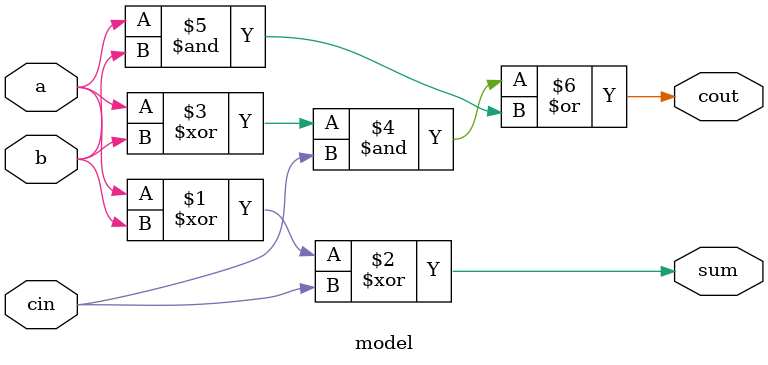
<source format=sv>
module model (
  input a,
  input b,
  input cin,
  output logic sum,
  output logic cout
);

  assign sum = (a ^ b) ^ cin;
  assign cout = ((a ^ b) & cin) | (a & b);

endmodule
</source>
